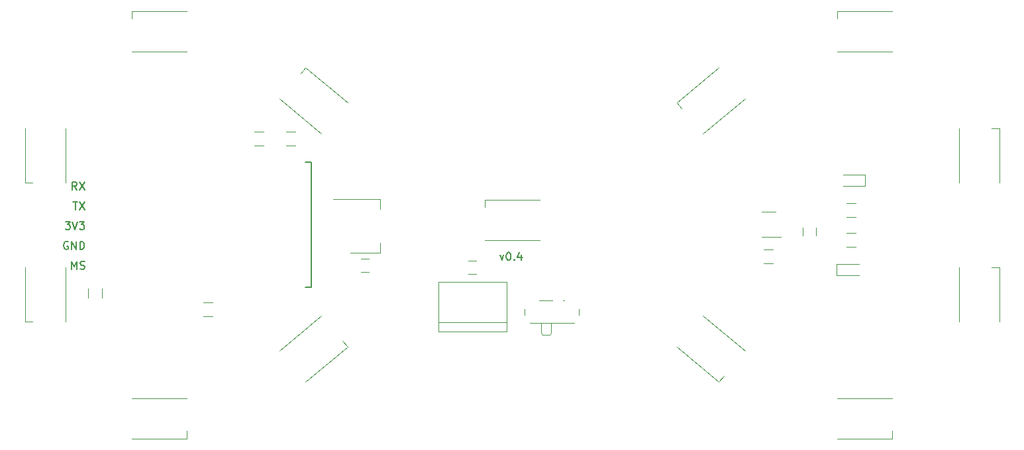
<source format=gto>
G04 #@! TF.GenerationSoftware,KiCad,Pcbnew,(5.0.1-3-g963ef8bb5)*
G04 #@! TF.CreationDate,2019-01-12T19:40:24-05:00*
G04 #@! TF.ProjectId,glowtie,676C6F777469652E6B696361645F7063,rev?*
G04 #@! TF.SameCoordinates,Original*
G04 #@! TF.FileFunction,Legend,Top*
G04 #@! TF.FilePolarity,Positive*
%FSLAX46Y46*%
G04 Gerber Fmt 4.6, Leading zero omitted, Abs format (unit mm)*
G04 Created by KiCad (PCBNEW (5.0.1-3-g963ef8bb5)) date Saturday, January 12, 2019 at 07:40:24 PM*
%MOMM*%
%LPD*%
G01*
G04 APERTURE LIST*
%ADD10C,0.200000*%
%ADD11C,0.150000*%
%ADD12C,0.120000*%
%ADD13C,0.152400*%
G04 APERTURE END LIST*
D10*
X74644428Y-45124714D02*
X74882523Y-45791380D01*
X75120619Y-45124714D01*
X75692047Y-44791380D02*
X75787285Y-44791380D01*
X75882523Y-44839000D01*
X75930142Y-44886619D01*
X75977761Y-44981857D01*
X76025380Y-45172333D01*
X76025380Y-45410428D01*
X75977761Y-45600904D01*
X75930142Y-45696142D01*
X75882523Y-45743761D01*
X75787285Y-45791380D01*
X75692047Y-45791380D01*
X75596809Y-45743761D01*
X75549190Y-45696142D01*
X75501571Y-45600904D01*
X75453952Y-45410428D01*
X75453952Y-45172333D01*
X75501571Y-44981857D01*
X75549190Y-44886619D01*
X75596809Y-44839000D01*
X75692047Y-44791380D01*
X76453952Y-45696142D02*
X76501571Y-45743761D01*
X76453952Y-45791380D01*
X76406333Y-45743761D01*
X76453952Y-45696142D01*
X76453952Y-45791380D01*
X77358714Y-45124714D02*
X77358714Y-45791380D01*
X77120619Y-44743761D02*
X76882523Y-45458047D01*
X77501571Y-45458047D01*
D11*
X19891476Y-46934380D02*
X19891476Y-45934380D01*
X20224809Y-46648666D01*
X20558142Y-45934380D01*
X20558142Y-46934380D01*
X20986714Y-46886761D02*
X21129571Y-46934380D01*
X21367666Y-46934380D01*
X21462904Y-46886761D01*
X21510523Y-46839142D01*
X21558142Y-46743904D01*
X21558142Y-46648666D01*
X21510523Y-46553428D01*
X21462904Y-46505809D01*
X21367666Y-46458190D01*
X21177190Y-46410571D01*
X21081952Y-46362952D01*
X21034333Y-46315333D01*
X20986714Y-46220095D01*
X20986714Y-46124857D01*
X21034333Y-46029619D01*
X21081952Y-45982000D01*
X21177190Y-45934380D01*
X21415285Y-45934380D01*
X21558142Y-45982000D01*
X19431095Y-43442000D02*
X19335857Y-43394380D01*
X19193000Y-43394380D01*
X19050142Y-43442000D01*
X18954904Y-43537238D01*
X18907285Y-43632476D01*
X18859666Y-43822952D01*
X18859666Y-43965809D01*
X18907285Y-44156285D01*
X18954904Y-44251523D01*
X19050142Y-44346761D01*
X19193000Y-44394380D01*
X19288238Y-44394380D01*
X19431095Y-44346761D01*
X19478714Y-44299142D01*
X19478714Y-43965809D01*
X19288238Y-43965809D01*
X19907285Y-44394380D02*
X19907285Y-43394380D01*
X20478714Y-44394380D01*
X20478714Y-43394380D01*
X20954904Y-44394380D02*
X20954904Y-43394380D01*
X21193000Y-43394380D01*
X21335857Y-43442000D01*
X21431095Y-43537238D01*
X21478714Y-43632476D01*
X21526333Y-43822952D01*
X21526333Y-43965809D01*
X21478714Y-44156285D01*
X21431095Y-44251523D01*
X21335857Y-44346761D01*
X21193000Y-44394380D01*
X20954904Y-44394380D01*
X19081904Y-40854380D02*
X19700952Y-40854380D01*
X19367619Y-41235333D01*
X19510476Y-41235333D01*
X19605714Y-41282952D01*
X19653333Y-41330571D01*
X19700952Y-41425809D01*
X19700952Y-41663904D01*
X19653333Y-41759142D01*
X19605714Y-41806761D01*
X19510476Y-41854380D01*
X19224761Y-41854380D01*
X19129523Y-41806761D01*
X19081904Y-41759142D01*
X19986666Y-40854380D02*
X20320000Y-41854380D01*
X20653333Y-40854380D01*
X20891428Y-40854380D02*
X21510476Y-40854380D01*
X21177142Y-41235333D01*
X21320000Y-41235333D01*
X21415238Y-41282952D01*
X21462857Y-41330571D01*
X21510476Y-41425809D01*
X21510476Y-41663904D01*
X21462857Y-41759142D01*
X21415238Y-41806761D01*
X21320000Y-41854380D01*
X21034285Y-41854380D01*
X20939047Y-41806761D01*
X20891428Y-41759142D01*
X20066095Y-38314380D02*
X20637523Y-38314380D01*
X20351809Y-39314380D02*
X20351809Y-38314380D01*
X20875619Y-38314380D02*
X21542285Y-39314380D01*
X21542285Y-38314380D02*
X20875619Y-39314380D01*
X20534333Y-36774380D02*
X20201000Y-36298190D01*
X19962904Y-36774380D02*
X19962904Y-35774380D01*
X20343857Y-35774380D01*
X20439095Y-35822000D01*
X20486714Y-35869619D01*
X20534333Y-35964857D01*
X20534333Y-36107714D01*
X20486714Y-36202952D01*
X20439095Y-36250571D01*
X20343857Y-36298190D01*
X19962904Y-36298190D01*
X20867666Y-35774380D02*
X21534333Y-36774380D01*
X21534333Y-35774380D02*
X20867666Y-36774380D01*
D12*
G04 #@! TO.C,LED1*
X46447597Y-57408041D02*
X51809908Y-52908528D01*
X49790092Y-61391472D02*
X55152403Y-56891959D01*
X55152403Y-56891959D02*
X54509616Y-56125914D01*
G04 #@! TO.C,LED2*
X27615000Y-63440000D02*
X34615000Y-63440000D01*
X27615000Y-68640000D02*
X34615000Y-68640000D01*
X34615000Y-68640000D02*
X34615000Y-67640000D01*
G04 #@! TO.C,LED3*
X19110000Y-46665000D02*
X19110000Y-53665000D01*
X13910000Y-46665000D02*
X13910000Y-53665000D01*
X13910000Y-53665000D02*
X14910000Y-53665000D01*
G04 #@! TO.C,LED4*
X19110000Y-28885000D02*
X19110000Y-35885000D01*
X13910000Y-28885000D02*
X13910000Y-35885000D01*
X13910000Y-35885000D02*
X14910000Y-35885000D01*
G04 #@! TO.C,LED5*
X34615000Y-19110000D02*
X27615000Y-19110000D01*
X34615000Y-13910000D02*
X27615000Y-13910000D01*
X27615000Y-13910000D02*
X27615000Y-14910000D01*
G04 #@! TO.C,LED6*
X51809908Y-29641472D02*
X46447597Y-25141959D01*
X55152403Y-25658041D02*
X49790092Y-21158528D01*
X49790092Y-21158528D02*
X49147305Y-21924572D01*
G04 #@! TO.C,LED7*
X79700000Y-43240000D02*
X72700000Y-43240000D01*
X79700000Y-38040000D02*
X72700000Y-38040000D01*
X72700000Y-38040000D02*
X72700000Y-39040000D01*
G04 #@! TO.C,LED8*
X105952403Y-25141959D02*
X100590092Y-29641472D01*
X102609908Y-21158528D02*
X97247597Y-25658041D01*
X97247597Y-25658041D02*
X97890384Y-26424086D01*
G04 #@! TO.C,LED9*
X124785000Y-19110000D02*
X117785000Y-19110000D01*
X124785000Y-13910000D02*
X117785000Y-13910000D01*
X117785000Y-13910000D02*
X117785000Y-14910000D01*
G04 #@! TO.C,SW1*
X82680000Y-50950000D02*
X82880000Y-50950000D01*
X79880000Y-55090000D02*
X80080000Y-55300000D01*
X81180000Y-55090000D02*
X80980000Y-55300000D01*
X79880000Y-53800000D02*
X79880000Y-55090000D01*
X80080000Y-55300000D02*
X80980000Y-55300000D01*
X81180000Y-55090000D02*
X81180000Y-53800000D01*
X78430000Y-53800000D02*
X84130000Y-53800000D01*
X79680000Y-50950000D02*
X81380000Y-50950000D01*
X77830000Y-52000000D02*
X77830000Y-52790000D01*
X84730000Y-52790000D02*
X84730000Y-52000000D01*
G04 #@! TO.C,LED10*
X133290000Y-35885000D02*
X133290000Y-28885000D01*
X138490000Y-35885000D02*
X138490000Y-28885000D01*
X138490000Y-28885000D02*
X137490000Y-28885000D01*
G04 #@! TO.C,LED11*
X133290000Y-53665000D02*
X133290000Y-46665000D01*
X138490000Y-53665000D02*
X138490000Y-46665000D01*
X138490000Y-46665000D02*
X137490000Y-46665000D01*
G04 #@! TO.C,LED12*
X117785000Y-63440000D02*
X124785000Y-63440000D01*
X117785000Y-68640000D02*
X124785000Y-68640000D01*
X124785000Y-68640000D02*
X124785000Y-67640000D01*
G04 #@! TO.C,LED13*
X100590092Y-52908528D02*
X105952403Y-57408041D01*
X97247597Y-56891959D02*
X102609908Y-61391472D01*
X102609908Y-61391472D02*
X103252695Y-60625428D01*
G04 #@! TO.C,U2*
X59314000Y-44812000D02*
X59314000Y-43552000D01*
X59314000Y-37992000D02*
X59314000Y-39252000D01*
X55554000Y-44812000D02*
X59314000Y-44812000D01*
X53304000Y-37992000D02*
X59314000Y-37992000D01*
D13*
G04 #@! TO.C,U3*
X49784000Y-49276000D02*
X50546000Y-49276000D01*
X50546000Y-49276000D02*
X50546000Y-33274000D01*
X50546000Y-33274000D02*
X49784000Y-33274000D01*
D12*
G04 #@! TO.C,U1*
X109866000Y-39601500D02*
X108066000Y-39601500D01*
X108066000Y-42821500D02*
X110516000Y-42821500D01*
G04 #@! TO.C,1uF3*
X57904000Y-45632000D02*
X56904000Y-45632000D01*
X56904000Y-47332000D02*
X57904000Y-47332000D01*
G04 #@! TO.C,10uF1*
X71620000Y-45886000D02*
X70620000Y-45886000D01*
X70620000Y-47586000D02*
X71620000Y-47586000D01*
G04 #@! TO.C,10uF2*
X115023000Y-42600500D02*
X115023000Y-41600500D01*
X113323000Y-41600500D02*
X113323000Y-42600500D01*
G04 #@! TO.C,D1*
X121307000Y-36260000D02*
X121307000Y-34860000D01*
X121307000Y-34860000D02*
X118507000Y-34860000D01*
X121307000Y-36260000D02*
X118507000Y-36260000D01*
G04 #@! TO.C,D2*
X117707000Y-46290000D02*
X117707000Y-47690000D01*
X117707000Y-47690000D02*
X120507000Y-47690000D01*
X117707000Y-46290000D02*
X120507000Y-46290000D01*
G04 #@! TO.C,J1*
X66770000Y-54957000D02*
X75470000Y-54957000D01*
X66770000Y-48547000D02*
X75470000Y-48547000D01*
X75470000Y-48547000D02*
X75470000Y-54957000D01*
X75470000Y-53727000D02*
X66770000Y-53727000D01*
X66770000Y-54957000D02*
X66770000Y-48547000D01*
G04 #@! TO.C,R1*
X37938000Y-52950000D02*
X36738000Y-52950000D01*
X36738000Y-51190000D02*
X37938000Y-51190000D01*
G04 #@! TO.C,R2*
X109566000Y-46155500D02*
X108366000Y-46155500D01*
X108366000Y-44395500D02*
X109566000Y-44395500D01*
G04 #@! TO.C,R3*
X48479000Y-31106000D02*
X47279000Y-31106000D01*
X47279000Y-29346000D02*
X48479000Y-29346000D01*
G04 #@! TO.C,R4*
X23740000Y-49438000D02*
X23740000Y-50638000D01*
X21980000Y-50638000D02*
X21980000Y-49438000D01*
G04 #@! TO.C,R5*
X44415000Y-31106000D02*
X43215000Y-31106000D01*
X43215000Y-29346000D02*
X44415000Y-29346000D01*
G04 #@! TO.C,R470*
X120107000Y-40250000D02*
X118907000Y-40250000D01*
X118907000Y-38490000D02*
X120107000Y-38490000D01*
G04 #@! TO.C,R470_1*
X120107000Y-44060000D02*
X118907000Y-44060000D01*
X118907000Y-42300000D02*
X120107000Y-42300000D01*
G04 #@! TD*
M02*

</source>
